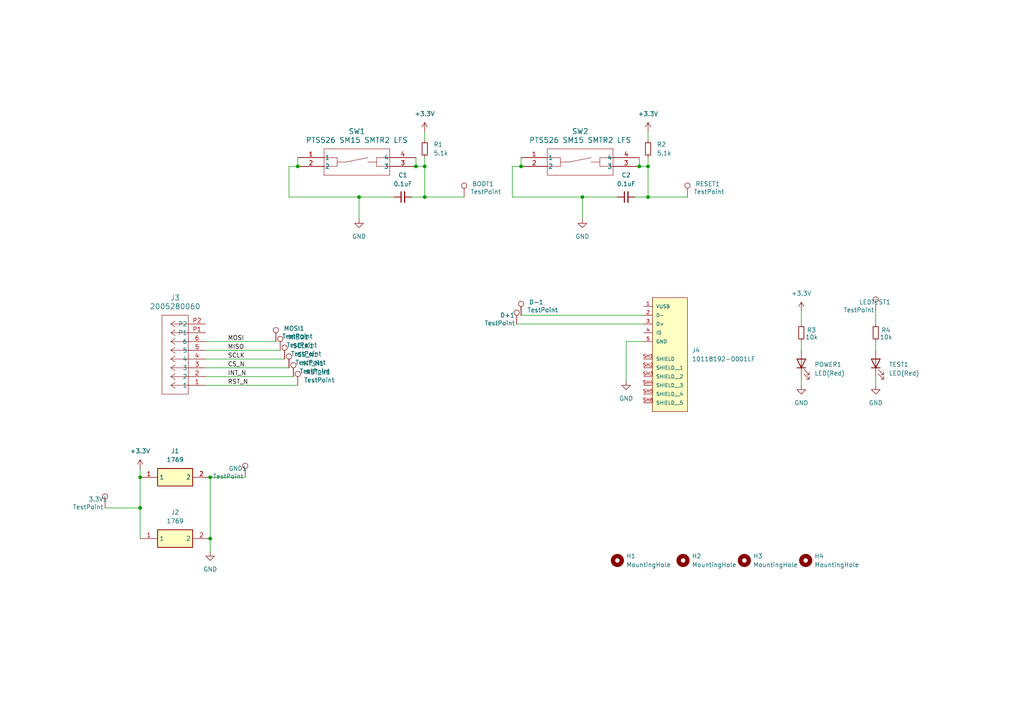
<source format=kicad_sch>
(kicad_sch (version 20231120) (generator "eeschema") (generator_version "8.0")
  (paper "A4")
  (title_block (title "Microcontroller Unit Board") (date "2024-02-28") (rev "v1.1.0") (company "Running Cadence Measurement Belt") (comment 1 "For Round 1 PCB Order"))
  (lib_symbols
    (symbol "AMPHENOL_10118192-0001LF:10118192-0001LF" (pin_names (offset 1.016))
      (property "Reference" "J" (at -5.0862 10.681 0))
      (property "Value" "10118192-0001LF" (at -5.0882 -25.4205 0))
      (symbol "10118192-0001LF_0_0"
        (rectangle (start -5.08 -22.86) (end 5.08 10.16) (stroke (width 0.1524)) (fill (type background)))
        (pin passive line (at -7.62 7.62 0) (length 2.54) (name "VUSB") (number "1"))
        (pin passive line (at -7.62 5.08 0) (length 2.54) (name "D-") (number "2"))
        (pin passive line (at -7.62 2.54 0) (length 2.54) (name "D+") (number "3"))
        (pin passive line (at -7.62 0 0) (length 2.54) (name "ID") (number "4"))
        (pin passive line (at -7.62 -2.54 0) (length 2.54) (name "GND") (number "5"))
        (pin passive line (at -7.62 -7.62 0) (length 2.54) (name "SHIELD") (number "SH1"))
        (pin passive line (at -7.62 -10.16 0) (length 2.54) (name "SHIELD__1") (number "SH2"))
        (pin passive line (at -7.62 -12.7 0) (length 2.54) (name "SHIELD__2") (number "SH3"))
        (pin passive line (at -7.62 -15.24 0) (length 2.54) (name "SHIELD__3") (number "SH4"))
        (pin passive line (at -7.62 -17.78 0) (length 2.54) (name "SHIELD__4") (number "SH5"))
        (pin passive line (at -7.62 -20.32 0) (length 2.54) (name "SHIELD__5") (number "SH6"))
      )
    )
    (symbol "Adafruit Accessories JST-PH 2-pin SMT Right Angle Connect:1769"
      (property "Reference" "J" (at 16.51 7.62 0))
      (property "Value" "1769" (at 16.51 5.08 0))
      (symbol "1769_1_1"
        (rectangle (start 5.08 2.54) (end 15.24 -2.54) (stroke (width 0.254)) (fill (type background)))
        (pin passive line (at 0 0 0) (length 5.08) (name "1") (number "1"))
        (pin passive line (at 20.32 0 180) (length 5.08) (name "2") (number "2"))
      )
    )
    (symbol "Connector:TestPoint" (pin_numbers hide) (pin_names (offset 0.762) hide)
      (property "Reference" "TP" (at 0 6.858 0))
      (property "Value" "TestPoint" (at 0 5.08 0))
      (symbol "TestPoint_0_1"
        (circle (center 0 3.302) (radius 0.762))
      )
      (symbol "TestPoint_1_1"
        (pin passive line (at 0 0 90) (length 2.54) (name "1") (number "1"))
      )
    )
    (symbol "Device:C_Small" (pin_numbers hide) (pin_names (offset 0.254) hide)
      (property "Reference" "C" (at 0.254 1.778 0))
      (property "Value" "C_Small" (at 0.254 -2.032 0))
      (symbol "C_Small_0_1"
        (polyline (pts (xy -1.524 -0.508) (xy 1.524 -0.508)) (stroke (width 0.3302)))
        (polyline (pts (xy -1.524 0.508) (xy 1.524 0.508)) (stroke (width 0.3048)))
      )
      (symbol "C_Small_1_1"
        (pin passive line (at 0 2.54 270) (length 2.032) (name "~") (number "1"))
        (pin passive line (at 0 -2.54 90) (length 2.032) (name "~") (number "2"))
      )
    )
    (symbol "Device:LED" (pin_numbers hide) (pin_names (offset 1.016) hide)
      (property "Reference" "D" (at 0 2.54 0))
      (property "Value" "LED" (at 0 -2.54 0))
      (symbol "LED_0_1"
        (polyline (pts (xy -1.27 -1.27) (xy -1.27 1.27)) (stroke (width 0.254)))
        (polyline (pts (xy -1.27 0) (xy 1.27 0)))
        (polyline (pts (xy 1.27 -1.27) (xy 1.27 1.27) (xy -1.27 0) (xy 1.27 -1.27)) (stroke (width 0.254)))
        (polyline (pts (xy -3.048 -0.762) (xy -4.572 -2.286) (xy -3.81 -2.286) (xy -4.572 -2.286) (xy -4.572 -1.524)))
        (polyline (pts (xy -1.778 -0.762) (xy -3.302 -2.286) (xy -2.54 -2.286) (xy -3.302 -2.286) (xy -3.302 -1.524)))
      )
      (symbol "LED_1_1"
        (pin passive line (at -3.81 0 0) (length 2.54) (name "K") (number "1"))
        (pin passive line (at 3.81 0 180) (length 2.54) (name "A") (number "2"))
      )
    )
    (symbol "Device:R_Small" (pin_numbers hide) (pin_names (offset 0.254) hide)
      (property "Reference" "R" (at 0.762 0.508 0))
      (property "Value" "R_Small" (at 0.762 -1.016 0))
      (symbol "R_Small_0_1"
        (rectangle (start -0.762 1.778) (end 0.762 -1.778) (stroke (width 0.2032)))
      )
      (symbol "R_Small_1_1"
        (pin passive line (at 0 2.54 270) (length 0.762) (name "~") (number "1"))
        (pin passive line (at 0 -2.54 90) (length 0.762) (name "~") (number "2"))
      )
    )
    (symbol "Mechanical:MountingHole" (pin_names (offset 1.016))
      (property "Reference" "H" (at 0 5.08 0))
      (property "Value" "MountingHole" (at 0 3.175 0))
      (symbol "MountingHole_0_1"
        (circle (center 0 0) (radius 1.27) (stroke (width 1.27)))
      )
    )
    (symbol "PTS526_SM15_SMTR2_LFS_1" (pin_names (offset 0.254))
      (property "Reference" "SW" (at 9.652 4.064 0))
      (property "Value" "PTS526 SM15 SMTR2 LFS" (at 16.002 -7.366 0))
      (symbol "PTS526_SM15_SMTR2_LFS_1_1_1"
        (polyline (pts (xy 7.62 -5.08) (xy 26.67 -5.08)) (stroke (width 0.127)))
        (polyline (pts (xy 7.62 -2.54) (xy 11.43 -2.54)) (stroke (width 0.127)))
        (polyline (pts (xy 7.62 0) (xy 11.43 0)) (stroke (width 0.127)))
        (polyline (pts (xy 7.62 2.54) (xy 7.62 -5.08)) (stroke (width 0.127)))
        (polyline (pts (xy 11.43 -1.27) (xy 13.97 -1.27)) (stroke (width 0.127)))
        (polyline (pts (xy 11.43 0) (xy 11.43 -2.54)) (stroke (width 0.127)))
        (polyline (pts (xy 13.97 -1.27) (xy 20.32 0)) (stroke (width 0.127)))
        (polyline (pts (xy 22.86 -2.54) (xy 22.86 0)) (stroke (width 0.127)))
        (polyline (pts (xy 22.86 -1.27) (xy 20.32 -1.27)) (stroke (width 0.127)))
        (polyline (pts (xy 26.67 -2.54) (xy 22.86 -2.54)) (stroke (width 0.127)))
        (polyline (pts (xy 26.67 0) (xy 22.86 0)) (stroke (width 0.127)))
        (polyline (pts (xy 26.67 2.54) (xy 7.62 2.54)) (stroke (width 0.127)))
        (polyline (pts (xy 26.67 2.54) (xy 26.67 -5.08)) (stroke (width 0.127)))
        (pin unspecified line (at 0 0 0) (length 7.62) (name "1") (number "1"))
        (pin unspecified line (at 0 -2.54 0) (length 7.62) (name "2") (number "2"))
        (pin unspecified line (at 34.29 -2.54 180) (length 7.62) (name "3") (number "3"))
        (pin unspecified line (at 34.29 0 180) (length 7.62) (name "4") (number "4"))
      )
    )
    (symbol "WM24188TR-ND:2005280060" (pin_names (offset 0.254))
      (property "Reference" "J" (at 8.89 6.35 0))
      (property "Value" "2005280060" (at 0 0 0))
      (symbol "2005280060_1_1"
        (polyline (pts (xy 5.08 -20.32) (xy 12.7 -20.32)) (stroke (width 0.127)))
        (polyline (pts (xy 5.08 2.54) (xy 5.08 -20.32)) (stroke (width 0.127)))
        (polyline (pts (xy 10.16 -17.78) (xy 5.08 -17.78)) (stroke (width 0.127)))
        (polyline (pts (xy 10.16 -17.78) (xy 8.89 -18.6267)) (stroke (width 0.127)))
        (polyline (pts (xy 10.16 -17.78) (xy 8.89 -16.9333)) (stroke (width 0.127)))
        (polyline (pts (xy 10.16 -15.24) (xy 5.08 -15.24)) (stroke (width 0.127)))
        (polyline (pts (xy 10.16 -15.24) (xy 8.89 -16.0867)) (stroke (width 0.127)))
        (polyline (pts (xy 10.16 -15.24) (xy 8.89 -14.3933)) (stroke (width 0.127)))
        (polyline (pts (xy 10.16 -12.7) (xy 5.08 -12.7)) (stroke (width 0.127)))
        (polyline (pts (xy 10.16 -12.7) (xy 8.89 -13.5467)) (stroke (width 0.127)))
        (polyline (pts (xy 10.16 -12.7) (xy 8.89 -11.8533)) (stroke (width 0.127)))
        (polyline (pts (xy 10.16 -10.16) (xy 5.08 -10.16)) (stroke (width 0.127)))
        (polyline (pts (xy 10.16 -10.16) (xy 8.89 -11.0067)) (stroke (width 0.127)))
        (polyline (pts (xy 10.16 -10.16) (xy 8.89 -9.3133)) (stroke (width 0.127)))
        (polyline (pts (xy 10.16 -7.62) (xy 5.08 -7.62)) (stroke (width 0.127)))
        (polyline (pts (xy 10.16 -7.62) (xy 8.89 -8.4667)) (stroke (width 0.127)))
        (polyline (pts (xy 10.16 -7.62) (xy 8.89 -6.7733)) (stroke (width 0.127)))
        (polyline (pts (xy 10.16 -5.08) (xy 5.08 -5.08)) (stroke (width 0.127)))
        (polyline (pts (xy 10.16 -5.08) (xy 8.89 -5.9267)) (stroke (width 0.127)))
        (polyline (pts (xy 10.16 -5.08) (xy 8.89 -4.2333)) (stroke (width 0.127)))
        (polyline (pts (xy 10.16 -2.54) (xy 5.08 -2.54)) (stroke (width 0.127)))
        (polyline (pts (xy 10.16 -2.54) (xy 8.89 -3.3867)) (stroke (width 0.127)))
        (polyline (pts (xy 10.16 -2.54) (xy 8.89 -1.6933)) (stroke (width 0.127)))
        (polyline (pts (xy 10.16 0) (xy 5.08 0)) (stroke (width 0.127)))
        (polyline (pts (xy 10.16 0) (xy 8.89 -0.8467)) (stroke (width 0.127)))
        (polyline (pts (xy 10.16 0) (xy 8.89 0.8467)) (stroke (width 0.127)))
        (polyline (pts (xy 12.7 -20.32) (xy 12.7 2.54)) (stroke (width 0.127)))
        (polyline (pts (xy 12.7 2.54) (xy 5.08 2.54)) (stroke (width 0.127)))
        (pin unspecified line (at 0 0 0) (length 5.08) (name "1") (number "1"))
        (pin unspecified line (at 0 -2.54 0) (length 5.08) (name "2") (number "2"))
        (pin unspecified line (at 0 -5.08 0) (length 5.08) (name "3") (number "3"))
        (pin unspecified line (at 0 -7.62 0) (length 5.08) (name "4") (number "4"))
        (pin unspecified line (at 0 -10.16 0) (length 5.08) (name "5") (number "5"))
        (pin unspecified line (at 0 -12.7 0) (length 5.08) (name "6") (number "6"))
        (pin unspecified line (at 0 -15.24 0) (length 5.08) (name "P1") (number "P1"))
        (pin unspecified line (at 0 -17.78 0) (length 5.08) (name "P2") (number "P2"))
      )
    )
    (symbol "power:+3.3V" (power) (pin_numbers hide) (pin_names (offset 0) hide)
      (property "Value" "+3.3V" (at 0 3.556 0))
      (symbol "+3.3V_0_1"
        (polyline (pts (xy -0.762 1.27) (xy 0 2.54)))
        (polyline (pts (xy 0 0) (xy 0 2.54)))
        (polyline (pts (xy 0 2.54) (xy 0.762 1.27)))
      )
      (symbol "+3.3V_1_1"
        (pin power_in line (at 0 0 90) (length 0) (name "~") (number "1"))
      )
    )
    (symbol "power:GND" (power) (pin_numbers hide) (pin_names (offset 0) hide)
      (property "Value" "GND" (at 0 -3.81 0))
      (symbol "GND_0_1"
        (polyline (pts (xy 0 0) (xy 0 -1.27) (xy 1.27 -1.27) (xy 0 -2.54) (xy -1.27 -1.27) (xy 0 -1.27)))
      )
      (symbol "GND_1_1"
        (pin power_in line (at 0 0 270) (length 0) (name "~") (number "1"))
      )
    )
  )
  (junction (at 151.13 48.26))
  (junction (at 104.14 57.15))
  (junction (at 60.96 156.21))
  (junction (at 187.96 48.26))
  (junction (at 60.96 138.43))
  (junction (at 168.91 57.15))
  (junction (at 40.64 138.43))
  (junction (at 187.96 57.15))
  (junction (at 185.42 48.26))
  (junction (at 123.19 57.15))
  (junction (at 123.19 48.26))
  (junction (at 120.65 48.26))
  (junction (at 40.64 147.32))
  (junction (at 86.36 48.26))
  (wire (pts (xy 187.96 45.72) (xy 187.96 48.26)))
  (wire (pts (xy 151.13 91.44) (xy 186.69 91.44)))
  (wire (pts (xy 151.13 45.72) (xy 151.13 48.26)))
  (wire (pts (xy 187.96 38.1) (xy 187.96 40.64)))
  (wire (pts (xy 40.64 135.89) (xy 40.64 138.43)))
  (wire (pts (xy 59.69 106.68) (xy 83.82 106.68)))
  (wire (pts (xy 59.69 109.22) (xy 85.09 109.22)))
  (wire (pts (xy 104.14 57.15) (xy 114.3 57.15)))
  (wire (pts (xy 184.15 57.15) (xy 187.96 57.15)))
  (wire (pts (xy 254 99.06) (xy 254 101.6)))
  (wire (pts (xy 168.91 57.15) (xy 168.91 63.5)))
  (wire (pts (xy 187.96 57.15) (xy 199.39 57.15)))
  (wire (pts (xy 123.19 57.15) (xy 134.62 57.15)))
  (wire (pts (xy 232.41 90.17) (xy 232.41 93.98)))
  (wire (pts (xy 40.64 138.43) (xy 40.64 147.32)))
  (wire (pts (xy 123.19 45.72) (xy 123.19 48.26)))
  (wire (pts (xy 120.65 45.72) (xy 120.65 48.26)))
  (wire (pts (xy 83.82 57.15) (xy 104.14 57.15)))
  (wire (pts (xy 59.69 104.14) (xy 82.55 104.14)))
  (wire (pts (xy 185.42 45.72) (xy 185.42 48.26)))
  (wire (pts (xy 60.96 138.43) (xy 60.96 156.21)))
  (wire (pts (xy 60.96 156.21) (xy 60.96 160.02)))
  (wire (pts (xy 151.13 48.26) (xy 148.59 48.26)))
  (wire (pts (xy 71.12 138.43) (xy 60.96 138.43)))
  (wire (pts (xy 168.91 57.15) (xy 179.07 57.15)))
  (wire (pts (xy 86.36 48.26) (xy 83.82 48.26)))
  (wire (pts (xy 120.65 48.26) (xy 123.19 48.26)))
  (wire (pts (xy 148.59 48.26) (xy 148.59 57.15)))
  (wire (pts (xy 59.69 99.06) (xy 80.01 99.06)))
  (wire (pts (xy 104.14 57.15) (xy 104.14 63.5)))
  (wire (pts (xy 59.69 111.76) (xy 86.36 111.76)))
  (wire (pts (xy 83.82 48.26) (xy 83.82 57.15)))
  (wire (pts (xy 123.19 48.26) (xy 123.19 57.15)))
  (wire (pts (xy 119.38 57.15) (xy 123.19 57.15)))
  (wire (pts (xy 254 90.17) (xy 254 93.98)))
  (wire (pts (xy 149.86 93.98) (xy 186.69 93.98)))
  (wire (pts (xy 59.69 101.6) (xy 81.28 101.6)))
  (wire (pts (xy 187.96 48.26) (xy 187.96 57.15)))
  (wire (pts (xy 123.19 38.1) (xy 123.19 40.64)))
  (wire (pts (xy 232.41 109.22) (xy 232.41 111.76)))
  (wire (pts (xy 232.41 99.06) (xy 232.41 101.6)))
  (wire (pts (xy 86.36 45.72) (xy 86.36 48.26)))
  (wire (pts (xy 30.48 147.32) (xy 40.64 147.32)))
  (wire (pts (xy 185.42 48.26) (xy 187.96 48.26)))
  (wire (pts (xy 186.69 99.06) (xy 181.61 99.06)))
  (wire (pts (xy 148.59 57.15) (xy 168.91 57.15)))
  (wire (pts (xy 40.64 147.32) (xy 40.64 156.21)))
  (wire (pts (xy 254 109.22) (xy 254 111.76)))
  (wire (pts (xy 181.61 99.06) (xy 181.61 110.49)))
  (label "RST_N" (at 66.04 111.76 0))
  (label "SCLK" (at 66.04 104.14 0))
  (label "MISO" (at 66.04 101.6 0))
  (label "MOSI" (at 66.04 99.06 0))
  (label "INT_N" (at 66.04 109.22 0))
  (label "CS_N" (at 66.04 106.68 0))
  (symbol (lib_id "Device:LED") (at 254 105.41 90) (unit 1)
    (property "Reference" "TEST1" (at 257.81 105.7274 90) (effects (justify right)))
    (property "Value" "LED(Red)" (at 257.81 108.2674 90) (effects (justify right)))
    (property "Footprint" "LED_SMD:LED_0603_1608Metric_Pad1.05x0.95mm_HandSolder" (effects (hide yes)))
    (property "Description" "Light emitting diode" (effects (hide yes)))
  )
  (symbol (lib_id "Connector:TestPoint") (at 134.62 57.15 0) (unit 1)
    (property "Reference" "BOOT1" (at 136.906 53.34 0) (effects (justify left)))
    (property "Value" "TestPoint" (at 136.398 55.626 0) (effects (justify left)))
    (property "Footprint" "TestPoint:TestPoint_THTPad_D2.0mm_Drill1.0mm" (effects (hide yes)))
    (property "Description" "test point" (effects (hide yes)))
  )
  (symbol (lib_id "power:+3.3V") (at 40.64 135.89 0) (unit 1)
    (property "Reference" "#PWR04" (effects (hide yes)))
    (property "Value" "+3.3V" (at 40.64 130.81 0))
    (property "Description" "Power symbol creates a global label with name \"+3.3V\"" (effects (hide yes)))
  )
  (symbol (lib_id "power:+3.3V") (at 232.41 90.17 0) (unit 1)
    (property "Reference" "#PWR08" (effects (hide yes)))
    (property "Value" "+3.3V" (at 232.41 85.09 0))
    (property "Description" "Power symbol creates a global label with name \"+3.3V\"" (effects (hide yes)))
  )
  (symbol (lib_name "PTS526_SM15_SMTR2_LFS_1") (lib_id "PTS526 SM15 SMTR2 LFS:PTS526_SM15_SMTR2_LFS") (at 151.13 45.72 0) (unit 1)
    (property "Reference" "SW2" (at 168.275 38.1 0) (effects (font (size 1.524 1.524))))
    (property "Value" "PTS526 SM15 SMTR2 LFS" (at 168.275 40.64 0) (effects (font (size 1.524 1.524))))
    (property "Footprint" "PTS526 SM15 SMTR2 LFS:SON4_PTS526 SM15 SMTR2 LFS_CNK" (effects (hide yes)))
    (property "Datasheet" "PTS526 SM15 SMTR2 LFS" (effects (hide yes)))
  )
  (symbol (lib_id "Device:C_Small") (at 181.61 57.15 90) (unit 1)
    (property "Reference" "C2" (at 181.6163 50.8 90))
    (property "Value" "0.1uF" (at 181.6163 53.34 90))
    (property "Footprint" "Capacitor_SMD:C_0805_2012Metric_Pad1.18x1.45mm_HandSolder" (effects (hide yes)))
    (property "Description" "Unpolarized capacitor, small symbol" (effects (hide yes)))
  )
  (symbol (lib_id "Device:R_Small") (at 187.96 43.18 0) (unit 1)
    (property "Reference" "R2" (at 190.5 41.9099 0) (effects (justify left)))
    (property "Value" "5.1k" (at 190.5 44.4499 0) (effects (justify left)))
    (property "Footprint" "Resistor_SMD:R_0805_2012Metric_Pad1.20x1.40mm_HandSolder" (effects (hide yes)))
    (property "Description" "Resistor, small symbol" (effects (hide yes)))
  )
  (symbol (lib_id "Device:LED") (at 232.41 105.41 90) (unit 1)
    (property "Reference" "POWER1" (at 236.22 105.7274 90) (effects (justify right)))
    (property "Value" "LED(Red)" (at 236.22 108.2674 90) (effects (justify right)))
    (property "Footprint" "LED_SMD:LED_0603_1608Metric_Pad1.05x0.95mm_HandSolder" (effects (hide yes)))
    (property "Description" "Light emitting diode" (effects (hide yes)))
  )
  (symbol (lib_id "power:GND") (at 254 111.76 0) (unit 1)
    (property "Reference" "#PWR011" (effects (hide yes)))
    (property "Value" "GND" (at 254 116.84 0))
    (property "Description" "Power symbol creates a global label with name \"GND\" , ground" (effects (hide yes)))
  )
  (symbol (lib_id "Connector:TestPoint") (at 71.12 138.43 0) (unit 1)
    (property "Reference" "GND1" (at 66.294 135.89 0) (effects (justify left)))
    (property "Value" "TestPoint" (at 61.722 138.176 0) (effects (justify left)))
    (property "Footprint" "TestPoint:TestPoint_THTPad_D2.0mm_Drill1.0mm" (effects (hide yes)))
    (property "Description" "test point" (effects (hide yes)))
  )
  (symbol (lib_id "Adafruit Accessories JST-PH 2-pin SMT Right Angle Connect:1769") (at 40.64 138.43 0) (unit 1)
    (property "Reference" "J1" (at 50.8 130.81 0))
    (property "Value" "1769" (at 50.8 133.35 0))
    (property "Footprint" "Adafruit Accessories JST-PH 2-pin SMT Right Angle Connect:1769" (effects (hide yes)))
    (property "Datasheet" "https://cdn-shop.adafruit.com/datasheets/17311.pdf" (effects (hide yes)))
    (property "Description" "Adafruit Accessories JST-PH 2-pin SMT Right Angle Connect" (effects (hide yes)))
    (property "Mouser Part Number" "485-1769" (effects (hide yes)))
    (property "Mouser Price/Stock" "https://www.mouser.co.uk/ProductDetail/Adafruit/1769?qs=GURawfaeGuBbgoGtf2XstA%3D%3D" (effects (hide yes)))
    (property "Manufacturer_Name" "Adafruit" (effects (hide yes)))
    (property "Manufacturer_Part_Number" "1769" (effects (hide yes)))
  )
  (symbol (lib_id "Mechanical:MountingHole") (at 198.12 162.56 0) (unit 1)
    (property "Reference" "H2" (at 200.66 161.2899 0) (effects (justify left)))
    (property "Value" "MountingHole" (at 200.66 163.8299 0) (effects (justify left)))
    (property "Footprint" "MountingHole:MountingHole_3.2mm_M3" (effects (hide yes)))
    (property "Description" "Mounting Hole without connection" (effects (hide yes)))
  )
  (symbol (lib_id "Adafruit Accessories JST-PH 2-pin SMT Right Angle Connect:1769") (at 40.64 156.21 0) (unit 1)
    (property "Reference" "J2" (at 50.8 148.59 0))
    (property "Value" "1769" (at 50.8 151.13 0))
    (property "Footprint" "Adafruit Accessories JST-PH 2-pin SMT Right Angle Connect:1769" (effects (hide yes)))
    (property "Datasheet" "https://cdn-shop.adafruit.com/datasheets/17311.pdf" (effects (hide yes)))
    (property "Description" "Adafruit Accessories JST-PH 2-pin SMT Right Angle Connect" (effects (hide yes)))
    (property "Mouser Part Number" "485-1769" (effects (hide yes)))
    (property "Mouser Price/Stock" "https://www.mouser.co.uk/ProductDetail/Adafruit/1769?qs=GURawfaeGuBbgoGtf2XstA%3D%3D" (effects (hide yes)))
    (property "Manufacturer_Name" "Adafruit" (effects (hide yes)))
    (property "Manufacturer_Part_Number" "1769" (effects (hide yes)))
  )
  (symbol (lib_id "Connector:TestPoint") (at 254 90.17 0) (unit 1)
    (property "Reference" "LEDTEST1" (at 249.174 87.63 0) (effects (justify left)))
    (property "Value" "TestPoint" (at 244.602 89.916 0) (effects (justify left)))
    (property "Footprint" "TestPoint:TestPoint_THTPad_D2.0mm_Drill1.0mm" (effects (hide yes)))
    (property "Description" "test point" (effects (hide yes)))
  )
  (symbol (lib_name "PTS526_SM15_SMTR2_LFS_1") (lib_id "PTS526 SM15 SMTR2 LFS:PTS526_SM15_SMTR2_LFS") (at 86.36 45.72 0) (unit 1)
    (property "Reference" "SW1" (at 103.505 38.1 0) (effects (font (size 1.524 1.524))))
    (property "Value" "PTS526 SM15 SMTR2 LFS" (at 103.505 40.64 0) (effects (font (size 1.524 1.524))))
    (property "Footprint" "PTS526 SM15 SMTR2 LFS:SON4_PTS526 SM15 SMTR2 LFS_CNK" (effects (hide yes)))
    (property "Datasheet" "PTS526 SM15 SMTR2 LFS" (effects (hide yes)))
  )
  (symbol (lib_id "Connector:TestPoint") (at 149.86 93.98 0) (unit 1)
    (property "Reference" "D+1" (at 145.034 91.44 0) (effects (justify left)))
    (property "Value" "TestPoint" (at 140.462 93.726 0) (effects (justify left)))
    (property "Footprint" "TestPoint:TestPoint_THTPad_D2.0mm_Drill1.0mm" (effects (hide yes)))
    (property "Description" "test point" (effects (hide yes)))
  )
  (symbol (lib_id "WM24188TR-ND:2005280060") (at 59.69 111.76 180) (unit 1)
    (property "Reference" "J3" (at 50.8 86.36 0) (effects (font (size 1.524 1.524))))
    (property "Value" "2005280060" (at 50.8 88.9 0) (effects (font (size 1.524 1.524))))
    (property "Footprint" "WM24188TR-ND:CON_2005280060_MOL" (effects (hide yes)))
    (property "Datasheet" "2005280060" (effects (hide yes)))
  )
  (symbol (lib_id "power:GND") (at 168.91 63.5 0) (unit 1)
    (property "Reference" "#PWR02" (effects (hide yes)))
    (property "Value" "GND" (at 168.91 68.58 0))
    (property "Description" "Power symbol creates a global label with name \"GND\" , ground" (effects (hide yes)))
  )
  (symbol (lib_id "power:GND") (at 181.61 110.49 0) (unit 1)
    (property "Reference" "#PWR05" (effects (hide yes)))
    (property "Value" "GND" (at 181.61 115.57 0))
    (property "Description" "Power symbol creates a global label with name \"GND\" , ground" (effects (hide yes)))
  )
  (symbol (lib_id "Connector:TestPoint") (at 199.39 57.15 0) (unit 1)
    (property "Reference" "RESET1" (at 201.676 53.34 0) (effects (justify left)))
    (property "Value" "TestPoint" (at 201.168 55.626 0) (effects (justify left)))
    (property "Footprint" "TestPoint:TestPoint_THTPad_D2.0mm_Drill1.0mm" (effects (hide yes)))
    (property "Description" "test point" (effects (hide yes)))
  )
  (symbol (lib_id "Connector:TestPoint") (at 81.28 101.6 0) (unit 1)
    (property "Reference" "MISO1" (at 83.566 97.79 0) (effects (justify left)))
    (property "Value" "TestPoint" (at 83.058 100.076 0) (effects (justify left)))
    (property "Footprint" "TestPoint:TestPoint_THTPad_D2.0mm_Drill1.0mm" (effects (hide yes)))
    (property "Description" "test point" (effects (hide yes)))
  )
  (symbol (lib_id "power:GND") (at 232.41 111.76 0) (unit 1)
    (property "Reference" "#PWR09" (effects (hide yes)))
    (property "Value" "GND" (at 232.41 116.84 0))
    (property "Description" "Power symbol creates a global label with name \"GND\" , ground" (effects (hide yes)))
  )
  (symbol (lib_id "Connector:TestPoint") (at 151.13 91.44 0) (unit 1)
    (property "Reference" "D-1" (at 153.416 87.63 0) (effects (justify left)))
    (property "Value" "TestPoint" (at 152.908 89.916 0) (effects (justify left)))
    (property "Footprint" "TestPoint:TestPoint_THTPad_D2.0mm_Drill1.0mm" (effects (hide yes)))
    (property "Description" "test point" (effects (hide yes)))
  )
  (symbol (lib_id "Mechanical:MountingHole") (at 215.9 162.56 0) (unit 1)
    (property "Reference" "H3" (at 218.44 161.2899 0) (effects (justify left)))
    (property "Value" "MountingHole" (at 218.44 163.8299 0) (effects (justify left)))
    (property "Footprint" "MountingHole:MountingHole_3.2mm_M3" (effects (hide yes)))
    (property "Description" "Mounting Hole without connection" (effects (hide yes)))
  )
  (symbol (lib_id "Device:R_Small") (at 123.19 43.18 0) (unit 1)
    (property "Reference" "R1" (at 125.73 41.9099 0) (effects (justify left)))
    (property "Value" "5.1k" (at 125.73 44.4499 0) (effects (justify left)))
    (property "Footprint" "Resistor_SMD:R_0805_2012Metric_Pad1.20x1.40mm_HandSolder" (effects (hide yes)))
    (property "Description" "Resistor, small symbol" (effects (hide yes)))
  )
  (symbol (lib_id "power:GND") (at 104.14 63.5 0) (unit 1)
    (property "Reference" "#PWR01" (effects (hide yes)))
    (property "Value" "GND" (at 104.14 68.58 0))
    (property "Description" "Power symbol creates a global label with name \"GND\" , ground" (effects (hide yes)))
  )
  (symbol (lib_id "Connector:TestPoint") (at 85.09 109.22 0) (unit 1)
    (property "Reference" "INT_N1" (at 87.376 105.41 0) (effects (justify left)))
    (property "Value" "TestPoint" (at 86.868 107.696 0) (effects (justify left)))
    (property "Footprint" "TestPoint:TestPoint_THTPad_D2.0mm_Drill1.0mm" (effects (hide yes)))
    (property "Description" "test point" (effects (hide yes)))
  )
  (symbol (lib_id "Mechanical:MountingHole") (at 233.68 162.56 0) (unit 1)
    (property "Reference" "H4" (at 236.22 161.2899 0) (effects (justify left)))
    (property "Value" "MountingHole" (at 236.22 163.8299 0) (effects (justify left)))
    (property "Footprint" "MountingHole:MountingHole_3.2mm_M3" (effects (hide yes)))
    (property "Description" "Mounting Hole without connection" (effects (hide yes)))
  )
  (symbol (lib_id "Device:R_Small") (at 232.41 96.52 180) (unit 1)
    (property "Reference" "R3" (at 236.728 95.758 0) (effects (justify left)))
    (property "Value" "10k" (at 237.236 97.79 0) (effects (justify left)))
    (property "Footprint" "Resistor_SMD:R_0805_2012Metric_Pad1.20x1.40mm_HandSolder" (effects (hide yes)))
    (property "Description" "Resistor, small symbol" (effects (hide yes)))
  )
  (symbol (lib_id "power:+3.3V") (at 123.19 38.1 0) (unit 1)
    (property "Reference" "#PWR06" (effects (hide yes)))
    (property "Value" "+3.3V" (at 123.19 33.02 0))
    (property "Description" "Power symbol creates a global label with name \"+3.3V\"" (effects (hide yes)))
  )
  (symbol (lib_id "power:+3.3V") (at 187.96 38.1 0) (unit 1)
    (property "Reference" "#PWR07" (effects (hide yes)))
    (property "Value" "+3.3V" (at 187.96 33.02 0))
    (property "Description" "Power symbol creates a global label with name \"+3.3V\"" (effects (hide yes)))
  )
  (symbol (lib_id "Connector:TestPoint") (at 83.82 106.68 0) (unit 1)
    (property "Reference" "CS_N1" (at 86.106 102.87 0) (effects (justify left)))
    (property "Value" "TestPoint" (at 85.598 105.156 0) (effects (justify left)))
    (property "Footprint" "TestPoint:TestPoint_THTPad_D2.0mm_Drill1.0mm" (effects (hide yes)))
    (property "Description" "test point" (effects (hide yes)))
  )
  (symbol (lib_id "Connector:TestPoint") (at 80.01 99.06 0) (unit 1)
    (property "Reference" "MOSI1" (at 82.296 95.25 0) (effects (justify left)))
    (property "Value" "TestPoint" (at 81.788 97.536 0) (effects (justify left)))
    (property "Footprint" "TestPoint:TestPoint_THTPad_D2.0mm_Drill1.0mm" (effects (hide yes)))
    (property "Description" "test point" (effects (hide yes)))
  )
  (symbol (lib_id "Device:C_Small") (at 116.84 57.15 90) (unit 1)
    (property "Reference" "C1" (at 116.8463 50.8 90))
    (property "Value" "0.1uF" (at 116.8463 53.34 90))
    (property "Footprint" "Capacitor_SMD:C_0805_2012Metric_Pad1.18x1.45mm_HandSolder" (effects (hide yes)))
    (property "Description" "Unpolarized capacitor, small symbol" (effects (hide yes)))
  )
  (symbol (lib_id "Device:R_Small") (at 254 96.52 180) (unit 1)
    (property "Reference" "R4" (at 258.318 95.758 0) (effects (justify left)))
    (property "Value" "10k" (at 258.826 97.79 0) (effects (justify left)))
    (property "Footprint" "Resistor_SMD:R_0805_2012Metric_Pad1.20x1.40mm_HandSolder" (effects (hide yes)))
    (property "Description" "Resistor, small symbol" (effects (hide yes)))
  )
  (symbol (lib_id "AMPHENOL_10118192-0001LF:10118192-0001LF") (at 194.31 96.52 0) (unit 1)
    (property "Reference" "J4" (at 200.66 101.5999 0) (effects (justify left)))
    (property "Value" "10118192-0001LF" (at 200.66 104.1399 0) (effects (justify left)))
    (property "Footprint" "AMPHENOL_10118192-0001LF:AMPHENOL_10118192-0001LF" (effects (hide yes)))
    (property "PARTREV" "B" (effects (hide yes)))
    (property "STANDARD" "Manufacturer Recommendation" (effects (hide yes)))
    (property "MANUFACTURER" "Amphenol" (effects (hide yes)))
  )
  (symbol (lib_id "Connector:TestPoint") (at 86.36 111.76 0) (unit 1)
    (property "Reference" "RST_N1" (at 88.646 107.95 0) (effects (justify left)))
    (property "Value" "TestPoint" (at 88.138 110.236 0) (effects (justify left)))
    (property "Footprint" "TestPoint:TestPoint_THTPad_D2.0mm_Drill1.0mm" (effects (hide yes)))
    (property "Description" "test point" (effects (hide yes)))
  )
  (symbol (lib_id "Mechanical:MountingHole") (at 179.07 162.56 0) (unit 1)
    (property "Reference" "H1" (at 181.61 161.2899 0) (effects (justify left)))
    (property "Value" "MountingHole" (at 181.61 163.8299 0) (effects (justify left)))
    (property "Footprint" "MountingHole:MountingHole_3.2mm_M3" (effects (hide yes)))
    (property "Description" "Mounting Hole without connection" (effects (hide yes)))
  )
  (symbol (lib_id "Connector:TestPoint") (at 82.55 104.14 0) (unit 1)
    (property "Reference" "SCLK1" (at 84.836 100.33 0) (effects (justify left)))
    (property "Value" "TestPoint" (at 84.328 102.616 0) (effects (justify left)))
    (property "Footprint" "TestPoint:TestPoint_THTPad_D2.0mm_Drill1.0mm" (effects (hide yes)))
    (property "Description" "test point" (effects (hide yes)))
  )
  (symbol (lib_id "power:GND") (at 60.96 160.02 0) (unit 1)
    (property "Reference" "#PWR03" (effects (hide yes)))
    (property "Value" "GND" (at 60.96 165.1 0))
    (property "Description" "Power symbol creates a global label with name \"GND\" , ground" (effects (hide yes)))
  )
  (symbol (lib_id "Connector:TestPoint") (at 30.48 147.32 0) (unit 1)
    (property "Reference" "3.3V1" (at 25.654 144.78 0) (effects (justify left)))
    (property "Value" "TestPoint" (at 21.082 147.066 0) (effects (justify left)))
    (property "Footprint" "TestPoint:TestPoint_THTPad_D2.0mm_Drill1.0mm" (effects (hide yes)))
    (property "Description" "test point" (effects (hide yes)))
  )
)
</source>
